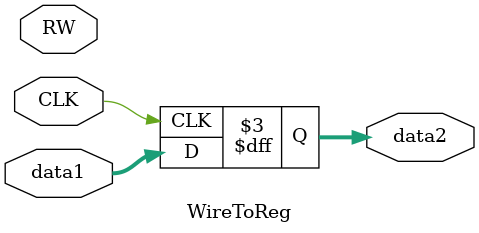
<source format=v>
`timescale 1ns / 1ps


module WireToReg(
	input CLK,
	input RW, //Î´ÓÃ
	input [31:0]data1,
	output reg[31:0]data2
);
	integer i;
	always@(negedge CLK)begin
		for (i = 0; i < 32; i = i + 1)data2[i] = data1[i];
	end
endmodule

</source>
